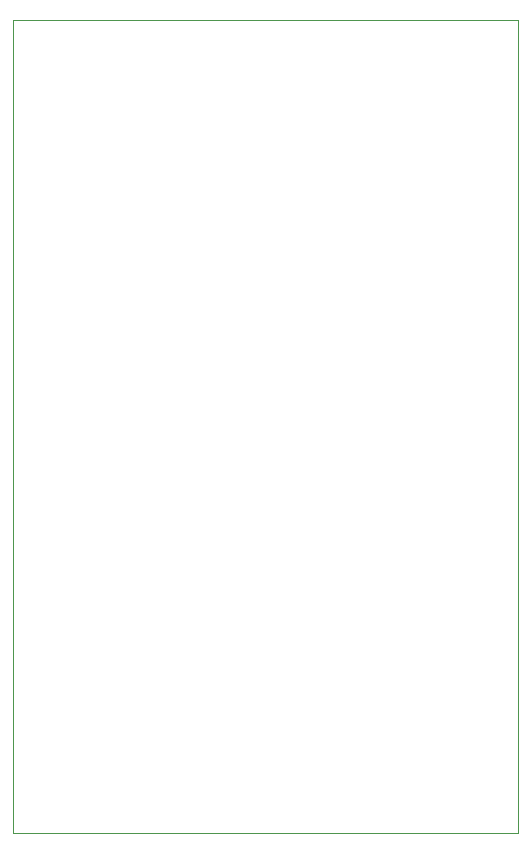
<source format=gbr>
G04 #@! TF.GenerationSoftware,KiCad,Pcbnew,5.1.4-e60b266~84~ubuntu19.04.1*
G04 #@! TF.CreationDate,2020-01-15T22:36:37+11:00*
G04 #@! TF.ProjectId,sid-board,7369642d-626f-4617-9264-2e6b69636164,rev?*
G04 #@! TF.SameCoordinates,Original*
G04 #@! TF.FileFunction,Profile,NP*
%FSLAX46Y46*%
G04 Gerber Fmt 4.6, Leading zero omitted, Abs format (unit mm)*
G04 Created by KiCad (PCBNEW 5.1.4-e60b266~84~ubuntu19.04.1) date 2020-01-15 22:36:37*
%MOMM*%
%LPD*%
G04 APERTURE LIST*
%ADD10C,0.050000*%
G04 APERTURE END LIST*
D10*
X62230000Y-128397000D02*
X62230000Y-59563000D01*
X105029000Y-128397000D02*
X62230000Y-128397000D01*
X105029000Y-59563000D02*
X105029000Y-128397000D01*
X62230000Y-59563000D02*
X105029000Y-59563000D01*
M02*

</source>
